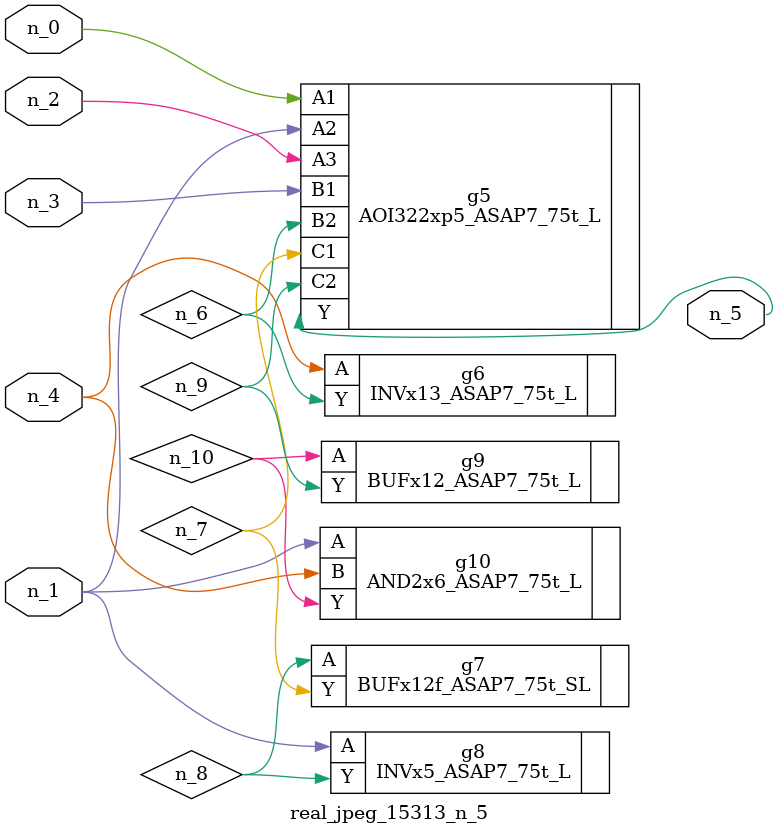
<source format=v>
module real_jpeg_15313_n_5 (n_4, n_0, n_1, n_2, n_3, n_5);

input n_4;
input n_0;
input n_1;
input n_2;
input n_3;

output n_5;

wire n_8;
wire n_6;
wire n_7;
wire n_10;
wire n_9;

AOI322xp5_ASAP7_75t_L g5 ( 
.A1(n_0),
.A2(n_1),
.A3(n_2),
.B1(n_3),
.B2(n_6),
.C1(n_7),
.C2(n_9),
.Y(n_5)
);

INVx5_ASAP7_75t_L g8 ( 
.A(n_1),
.Y(n_8)
);

AND2x6_ASAP7_75t_L g10 ( 
.A(n_1),
.B(n_4),
.Y(n_10)
);

INVx13_ASAP7_75t_L g6 ( 
.A(n_4),
.Y(n_6)
);

BUFx12f_ASAP7_75t_SL g7 ( 
.A(n_8),
.Y(n_7)
);

BUFx12_ASAP7_75t_L g9 ( 
.A(n_10),
.Y(n_9)
);


endmodule
</source>
